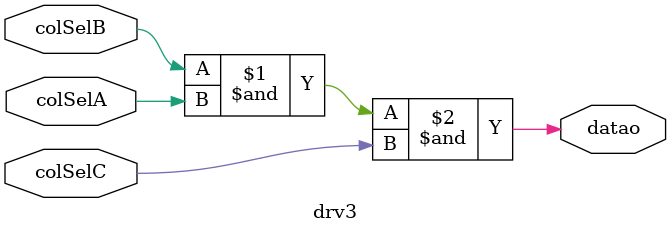
<source format=v>
module drv3
  (input colSelA,
   input colSelB,
   input colSelC,
   output datao
   );
   assign datao = colSelB & colSelA & colSelC;
endmodule
</source>
